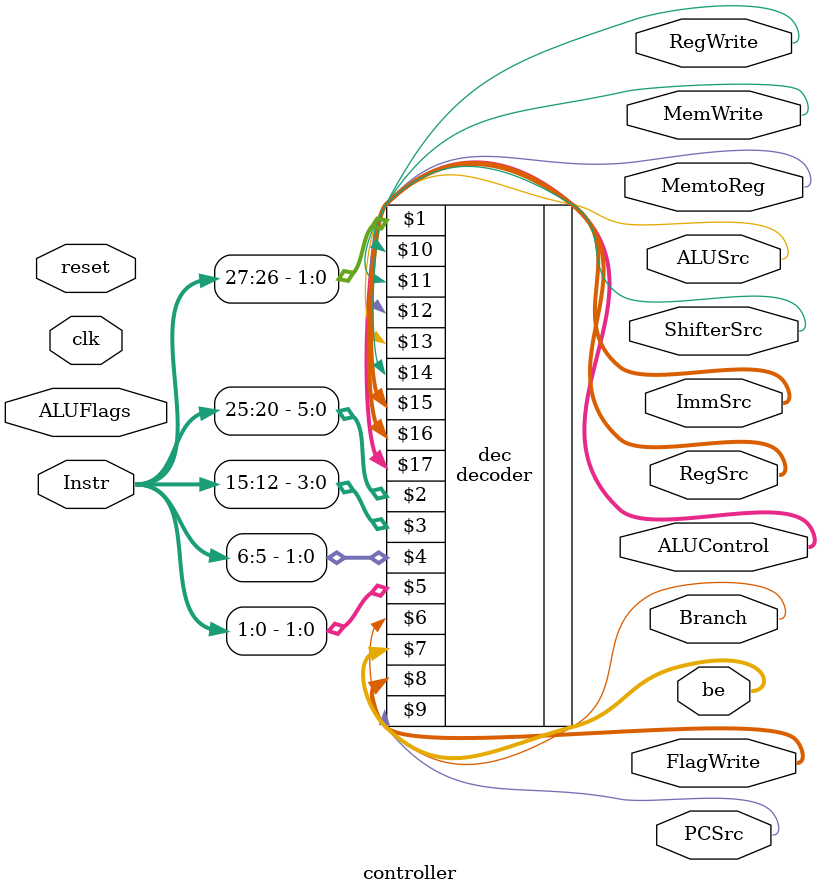
<source format=sv>
module controller(
	input logic clk, reset,
    input logic [31:0] Instr,
    input logic [3:0] ALUFlags,
    output logic [1:0] RegSrc,
    output logic RegWrite,
    output logic [1:0] ImmSrc,
    output logic ALUSrc,
	output logic ShifterSrc,
    output logic [3:0] ALUControl,
    output logic MemWrite, MemtoReg,
    output logic PCSrc,
	output logic [1:0] FlagWrite,
	output logic[3:0] be,
	output logic Branch);

    decoder dec(Instr[27:26], Instr[25:20], Instr[15:12], Instr[6:5], Instr[1:0],
        Branch, be, FlagWrite, PCSrc, RegWrite, MemWrite,
        MemtoReg, ALUSrc, ShifterSrc, ImmSrc, RegSrc, ALUControl);

endmodule

</source>
